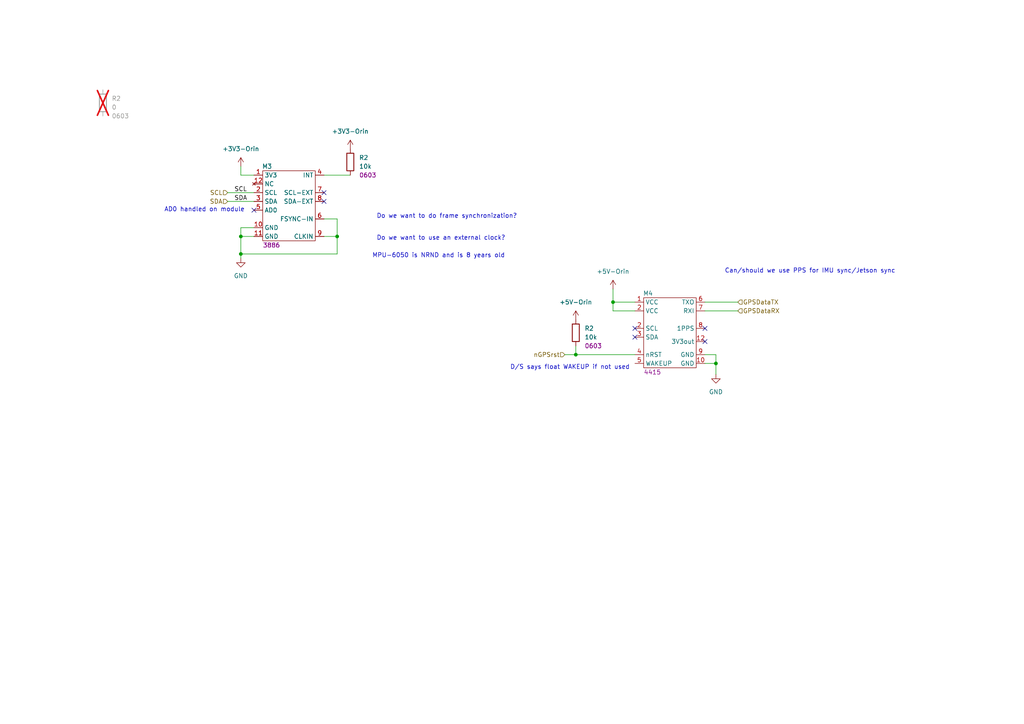
<source format=kicad_sch>
(kicad_sch (version 20230121) (generator eeschema)
  (paper "A4")
  (lib_symbols
    (symbol "Device:R" (pin_numbers hide) (pin_names (offset 0))
      (property "Reference" "R" (at 2.032 0 90))
      (property "Value" "R" (at 0 0 90))
      (symbol "R_0_1"
        (rectangle (start -1.016 -2.54) (end 1.016 2.54) (stroke (width 0.254)))
      )
      (symbol "R_1_1"
        (pin passive line (at 0 3.81 270) (length 1.27) (name "~") (number "1"))
        (pin passive line (at 0 -3.81 90) (length 1.27) (name "~") (number "2"))
      )
    )
    (symbol "hoverjet:+3V3-Orin" (power) (pin_names (offset 0))
      (property "Value" "+3V3-Orin" (at 0 3.556 0))
      (symbol "+3V3-Orin_0_1"
        (polyline (pts (xy -0.762 1.27) (xy 0 2.54)))
        (polyline (pts (xy 0 0) (xy 0 2.54)))
        (polyline (pts (xy 0 2.54) (xy 0.762 1.27)))
      )
      (symbol "+3V3-Orin_1_1"
        (pin power_in line (at 0 0 90) (length 0) hide (name "+3V3-Orin") (number "1"))
      )
    )
    (symbol "hoverjet:+5V-Orin" (power) (pin_names (offset 0))
      (property "Value" "+5V-Orin" (at 0 3.556 0))
      (symbol "+5V-Orin_0_1"
        (polyline (pts (xy -0.762 1.27) (xy 0 2.54)))
        (polyline (pts (xy 0 0) (xy 0 2.54)))
        (polyline (pts (xy 0 2.54) (xy 0.762 1.27)))
      )
      (symbol "+5V-Orin_1_1"
        (pin power_in line (at 0 0 90) (length 0) hide (name "+5V-Orin") (number "1"))
      )
    )
    (symbol "hoverjet:3886"
      (property "Reference" "M" (at -6.35 11.43 0))
      (property "Manufacturer Part Number" "3886" (at -5.08 -11.43 0))
      (symbol "3886_0_1"
        (rectangle (start -7.62 10.16) (end 7.62 -10.16))
      )
      (symbol "3886_1_1"
        (pin power_in line (at -10.16 8.89 0) (length 2.54) (name "3V3") (number "1"))
        (pin power_out line (at -10.16 -6.35 0) (length 2.54) (name "GND") (number "10"))
        (pin power_out line (at -10.16 -8.89 0) (length 2.54) (name "GND") (number "11"))
        (pin no_connect line (at -10.16 6.35 0) (length 2.54) (name "NC") (number "12"))
        (pin bidirectional line (at -10.16 3.81 0) (length 2.54) (name "SCL") (number "2"))
        (pin bidirectional line (at -10.16 1.27 0) (length 2.54) (name "SDA") (number "3"))
        (pin output line (at 10.16 8.89 180) (length 2.54) (name "INT") (number "4"))
        (pin input line (at -10.16 -1.27 0) (length 2.54) (name "AD0") (number "5"))
        (pin input line (at 10.16 -3.81 180) (length 2.54) (name "FSYNC-IN") (number "6"))
        (pin bidirectional line (at 10.16 3.81 180) (length 2.54) (name "SCL-EXT") (number "7"))
        (pin bidirectional line (at 10.16 1.27 180) (length 2.54) (name "SDA-EXT") (number "8"))
        (pin input line (at 10.16 -8.89 180) (length 2.54) (name "CLKIN") (number "9"))
      )
    )
    (symbol "hoverjet:4415"
      (property "Reference" "M" (at -6.35 12.7 0))
      (property "MPN" "4415" (at -5.08 -10.16 0))
      (symbol "4415_0_1"
        (rectangle (start -7.62 11.43) (end 7.62 -8.89))
      )
      (symbol "4415_1_1"
        (pin power_in line (at -10.16 10.16 0) (length 2.54) (name "VCC") (number "1"))
        (pin power_out line (at 10.16 -7.62 180) (length 2.54) (name "GND") (number "10"))
        (pin output line (at 10.16 -1.27 180) (length 2.54) (name "3V3out") (number "12"))
        (pin bidirectional line (at -10.16 2.54 0) (length 2.54) (name "SCL") (number "2"))
        (pin power_in line (at -10.16 7.62 0) (length 2.54) (name "VCC") (number "2"))
        (pin bidirectional line (at -10.16 0 0) (length 2.54) (name "SDA") (number "3"))
        (pin input line (at -10.16 -5.08 0) (length 2.54) (name "nRST") (number "4"))
        (pin input line (at -10.16 -7.62 0) (length 2.54) (name "WAKEUP") (number "5"))
        (pin output line (at 10.16 10.16 180) (length 2.54) (name "TXO") (number "6"))
        (pin input line (at 10.16 7.62 180) (length 2.54) (name "RXI") (number "7"))
        (pin output line (at 10.16 2.54 180) (length 2.54) (name "1PPS") (number "8"))
        (pin power_out line (at 10.16 -5.08 180) (length 2.54) (name "GND") (number "9"))
      )
    )
    (symbol "power:GND" (power) (pin_names (offset 0))
      (property "Value" "GND" (at 0 -3.81 0))
      (symbol "GND_0_1"
        (polyline (pts (xy 0 0) (xy 0 -1.27) (xy 1.27 -1.27) (xy 0 -2.54) (xy -1.27 -1.27) (xy 0 -1.27)))
      )
      (symbol "GND_1_1"
        (pin power_in line (at 0 0 270) (length 0) hide (name "GND") (number "1"))
      )
    )
  )
  (junction (at 69.85 68.58))
  (junction (at 177.8 87.63))
  (junction (at 69.85 73.66))
  (junction (at 207.645 105.41))
  (junction (at 97.79 68.58))
  (junction (at 167.005 102.87))
  (no_connect (at 93.98 55.88))
  (no_connect (at 73.66 60.96))
  (no_connect (at 204.47 95.25))
  (no_connect (at 93.98 58.42))
  (no_connect (at 204.47 99.06))
  (no_connect (at 184.15 97.79))
  (no_connect (at 184.15 95.25))
  (wire (pts (xy 207.645 102.87) (xy 207.645 105.41)))
  (wire (pts (xy 69.85 73.66) (xy 97.79 73.66)))
  (wire (pts (xy 177.8 87.63) (xy 177.8 90.17)))
  (wire (pts (xy 207.645 105.41) (xy 207.645 108.585)))
  (wire (pts (xy 93.98 50.8) (xy 101.6 50.8)))
  (wire (pts (xy 69.85 68.58) (xy 69.85 66.04)))
  (wire (pts (xy 163.83 102.87) (xy 167.005 102.87)))
  (wire (pts (xy 167.005 102.87) (xy 167.005 100.33)))
  (wire (pts (xy 204.47 105.41) (xy 207.645 105.41)))
  (wire (pts (xy 93.98 63.5) (xy 97.79 63.5)))
  (wire (pts (xy 69.85 50.8) (xy 73.66 50.8)))
  (wire (pts (xy 177.8 90.17) (xy 184.15 90.17)))
  (wire (pts (xy 69.85 68.58) (xy 69.85 73.66)))
  (wire (pts (xy 69.85 74.93) (xy 69.85 73.66)))
  (wire (pts (xy 69.85 66.04) (xy 73.66 66.04)))
  (wire (pts (xy 177.8 87.63) (xy 184.15 87.63)))
  (wire (pts (xy 69.85 48.26) (xy 69.85 50.8)))
  (wire (pts (xy 97.79 63.5) (xy 97.79 68.58)))
  (wire (pts (xy 184.15 102.87) (xy 167.005 102.87)))
  (wire (pts (xy 66.04 55.88) (xy 73.66 55.88)))
  (wire (pts (xy 93.98 68.58) (xy 97.79 68.58)))
  (wire (pts (xy 204.47 90.17) (xy 213.995 90.17)))
  (wire (pts (xy 204.47 87.63) (xy 213.995 87.63)))
  (wire (pts (xy 204.47 102.87) (xy 207.645 102.87)))
  (wire (pts (xy 97.79 68.58) (xy 97.79 73.66)))
  (wire (pts (xy 66.04 58.42) (xy 73.66 58.42)))
  (wire (pts (xy 69.85 68.58) (xy 73.66 68.58)))
  (wire (pts (xy 177.8 83.82) (xy 177.8 87.63)))
  (text "Can/should we use PPS for IMU sync/Jetson sync\n" (at 210.185 79.375 0) (effects (font (size 1.27 1.27)) (justify left bottom)))
  (text "D/S says float WAKEUP if not used" (at 147.955 107.315 0) (effects (font (size 1.27 1.27)) (justify left bottom)))
  (text "Do we want to do frame synchronization?" (at 109.22 63.5 0) (effects (font (size 1.27 1.27)) (justify left bottom)))
  (text "MPU-6050 is NRND and is 8 years old" (at 107.95 74.93 0) (effects (font (size 1.27 1.27)) (justify left bottom)))
  (text "AD0 handled on module" (at 47.625 61.595 0) (effects (font (size 1.27 1.27)) (justify left bottom)))
  (text "Do we want to use an external clock?" (at 109.22 69.85 0) (effects (font (size 1.27 1.27)) (justify left bottom)))
  (label "SDA" (at 67.945 58.42 0))
  (label "SCL" (at 67.945 55.88 0))
  (hierarchical_label "GPSDataRX" (shape input) (at 213.995 90.17 0))
  (hierarchical_label "SCL" (shape input) (at 66.04 55.88 180))
  (hierarchical_label "SDA" (shape input) (at 66.04 58.42 180))
  (hierarchical_label "GPSDataTX" (shape input) (at 213.995 87.63 0))
  (hierarchical_label "nGPSrst" (shape input) (at 163.83 102.87 180))
  (symbol (lib_id "Device:R") (at 167.005 96.52 0) (unit 1)
    (property "Reference" "R2" (at 169.545 95.25 0) (effects (justify left)))
    (property "Value" "10k" (at 169.545 97.79 0) (effects (justify left)))
    (property "Footprint" "Resistor_SMD:R_0603_1608Metric_Pad0.98x0.95mm_HandSolder" (effects hide))
    (property "Datasheet" "https://www.seielect.com/catalog/sei-rmcf_rmcp.pdf" (effects hide))
    (property "Package" "0603" (at 169.545 100.33 0) (effects (justify left)))
    (property "MN" "Stackpole Electronics Inc" (effects hide))
    (property "MPN" "RMCF0603FT10K0" (effects hide))
    (property "Tolerance" "1%" (effects hide))
    (instances (project "hoverjet1.5" (path "" (reference "R2") (unit 1)) (path "" (reference "R4") (unit 1)) (path "" (reference "R7") (unit 1))))
  )
  (symbol (lib_id "hoverjet:3886") (at 83.82 59.69 0) (unit 1)
    (property "Reference" "M3" (at 77.47 48.26 0))
    (property "Value" "3886" (effects hide))
    (property "Datasheet" "https://www.adafruit.com/product/3886" (effects hide))
    (property "Manufacturer" "Adafruit" (effects hide))
    (property "Manufacturer Part Number" "3886" (at 78.74 71.12 0))
  )
  (symbol (lib_id "hoverjet:+5V-Orin") (at 177.8 83.82 0) (unit 1)
    (property "Reference" "#PWR026" (effects hide))
    (property "Value" "+5V-Orin" (at 177.8 78.74 0))
  )
  (symbol (lib_id "Device:R") (at 29.845 29.845 0) (unit 1) (dnp yes)
    (property "Reference" "R2" (at 32.385 28.575 0) (effects (justify left)))
    (property "Value" "0" (at 32.385 31.115 0) (effects (justify left)))
    (property "Footprint" "Resistor_SMD:R_0603_1608Metric_Pad0.98x0.95mm_HandSolder" (effects hide))
    (property "Datasheet" "https://www.seielect.com/catalog/sei-rmcf_rmcp.pdf" (effects hide))
    (property "Package" "0603" (at 32.385 33.655 0) (effects (justify left)))
    (property "MN" "Stackpole Electronics Inc" (effects hide))
    (property "MPN" "RMCF0603ZT0R00" (effects hide))
    (property "Tolerance" "0%" (effects hide))
    (instances (project "hoverjet1.5" (path "" (reference "R2") (unit 1)) (path "" (reference "R4") (unit 1)) (path "" (reference "R6") (unit 1))))
  )
  (symbol (lib_id "hoverjet:+3V3-Orin") (at 69.85 48.26 0) (unit 1)
    (property "Reference" "#PWR08" (effects hide))
    (property "Value" "+3V3-Orin" (at 69.85 43.18 0))
  )
  (symbol (lib_id "power:GND") (at 69.85 74.93 0) (unit 1)
    (property "Reference" "#PWR014" (effects hide))
    (property "Value" "GND" (at 69.85 80.01 0))
  )
  (symbol (lib_id "Device:R") (at 101.6 46.99 0) (unit 1)
    (property "Reference" "R2" (at 104.14 45.72 0) (effects (justify left)))
    (property "Value" "10k" (at 104.14 48.26 0) (effects (justify left)))
    (property "Footprint" "Resistor_SMD:R_0603_1608Metric_Pad0.98x0.95mm_HandSolder" (effects hide))
    (property "Datasheet" "https://www.seielect.com/catalog/sei-rmcf_rmcp.pdf" (effects hide))
    (property "Package" "0603" (at 104.14 50.8 0) (effects (justify left)))
    (property "MN" "Stackpole Electronics Inc" (effects hide))
    (property "MPN" "RMCF0603FT10K0" (effects hide))
    (property "Tolerance" "1%" (effects hide))
    (instances (project "hoverjet1.5" (path "" (reference "R2") (unit 1)) (path "" (reference "R4") (unit 1)) (path "" (reference "R5") (unit 1))))
  )
  (symbol (lib_id "hoverjet:4415") (at 194.31 97.79 0) (unit 1)
    (property "Reference" "M4" (at 187.96 85.09 0))
    (property "Value" "4415" (effects hide))
    (property "Datasheet" "https://www.adafruit.com/product/4415" (effects hide))
    (property "MN" "Adafruit" (effects hide))
    (property "MPN" "4415" (at 189.23 107.95 0))
  )
  (symbol (lib_id "hoverjet:+3V3-Orin") (at 101.6 43.18 0) (unit 1)
    (property "Reference" "#PWR025" (effects hide))
    (property "Value" "+3V3-Orin" (at 101.6 38.1 0))
  )
  (symbol (lib_id "power:GND") (at 207.645 108.585 0) (unit 1)
    (property "Reference" "#PWR027" (effects hide))
    (property "Value" "GND" (at 207.645 113.665 0))
  )
  (symbol (lib_id "hoverjet:+5V-Orin") (at 167.005 92.71 0) (unit 1)
    (property "Reference" "#PWR028" (effects hide))
    (property "Value" "+5V-Orin" (at 167.005 87.63 0))
  )
)
</source>
